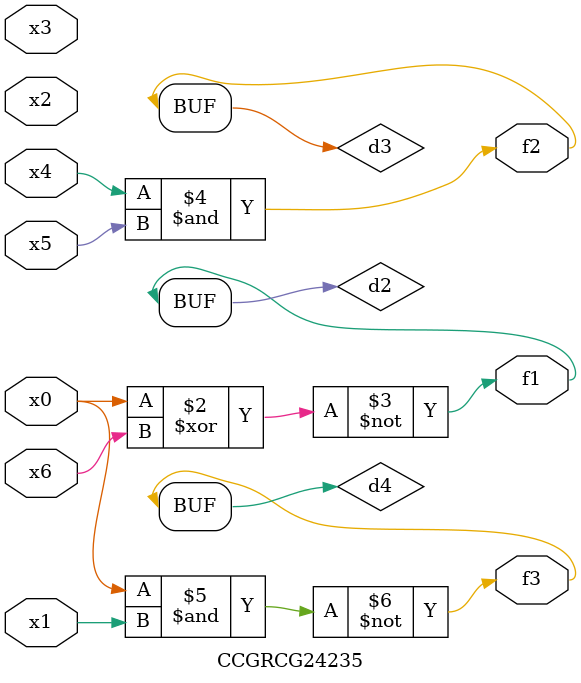
<source format=v>
module CCGRCG24235(
	input x0, x1, x2, x3, x4, x5, x6,
	output f1, f2, f3
);

	wire d1, d2, d3, d4;

	nor (d1, x0);
	xnor (d2, x0, x6);
	and (d3, x4, x5);
	nand (d4, x0, x1);
	assign f1 = d2;
	assign f2 = d3;
	assign f3 = d4;
endmodule

</source>
